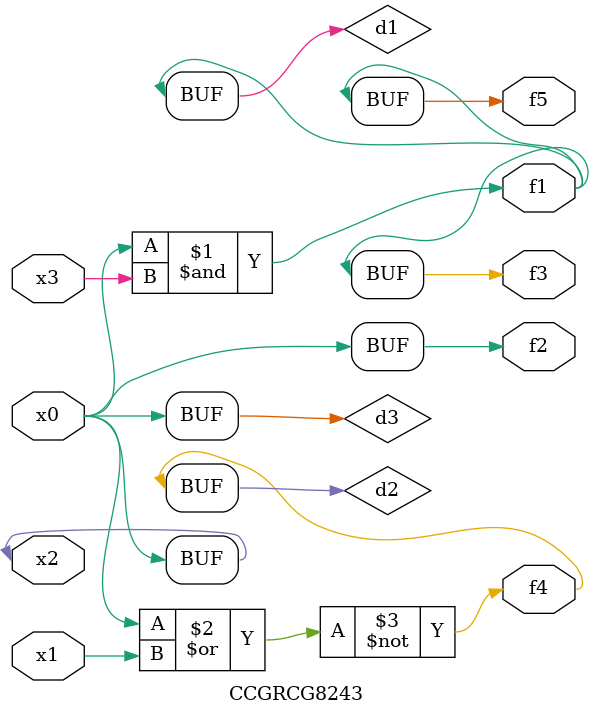
<source format=v>
module CCGRCG8243(
	input x0, x1, x2, x3,
	output f1, f2, f3, f4, f5
);

	wire d1, d2, d3;

	and (d1, x2, x3);
	nor (d2, x0, x1);
	buf (d3, x0, x2);
	assign f1 = d1;
	assign f2 = d3;
	assign f3 = d1;
	assign f4 = d2;
	assign f5 = d1;
endmodule

</source>
